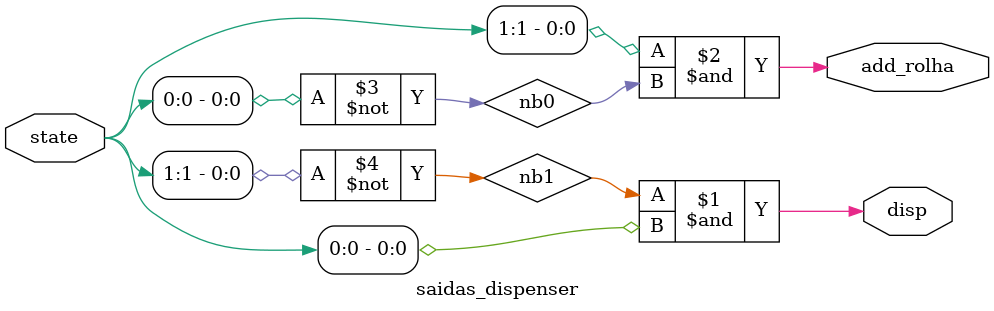
<source format=v>
module MEF_dispenser(
	input switch_add_rolha, 
	input rolha5, 
	input clk,
	input reset,
	output disp, 
	output add_rolha
);

	reg[1:0]state, nextstate;
   parameter E0   = 2'b00;
   parameter DISP = 2'b01;
   parameter ADD1 = 2'b10;
   parameter ADD2 = 2'b11;
	
	always @(posedge clk, posedge reset)
		if (reset) state <= E0;
      else state <= nextstate;

	 // Lógica de próximo estado
	always @(*) 
		 case(state)

			  E0:
					if (rolha5 == 1 && switch_add_rolha == 0)
						nextstate = DISP;
					else if (switch_add_rolha == 1)
						nextstate = ADD1;
					else
						nextstate = E0;

			  DISP:
					if (rolha5 == 1)
						 nextstate = DISP;            // Após dispensar volta p/ base
					else if (rolha5 == 0)
						 nextstate = E0;          // Continua dispensando

			  ADD1:
					if (rolha5 == 1 && switch_add_rolha == 0)
						 nextstate = E0;            // Depósito cheio -> volta
					else if (rolha5 == 0 && switch_add_rolha == 0)
						nextstate = E0;
					else
						 nextstate = ADD2;          // Próximo estágio de adição

			  ADD2:
					if (rolha5 == 0 && switch_add_rolha == 0)
						 nextstate = E0;            // Cheio -> volta
					else if (rolha5 == 1 && switch_add_rolha == 0)
						 nextstate = E0;          // Novo pulso para continuar
					else
						 nextstate = ADD1;          // Mantém

			  default:
					nextstate = E0;

		 endcase
		 
	 assign disp = (state == DISP);
	 assign add_rolha = (state == ADD1);
	
//	saidas_dispenser logic_out (
//    .state(state),
//    .disp(disp),
//    .add_rolha(add_rolha)
//);
	
	
endmodule


module saidas_dispenser (
    input  [1:0]state,      // bits do estado
    output disp,
    output add_rolha
);

    wire nb1, nb0;
	 
	 // NOT do bit b0
	 not (nb0, state[0]);

    // NOT do bit b1
    not (nb1, state[1]);

    // DISP = (~b1 & b0)
    and (disp, nb1, state[0]);

    and (add_rolha, state[1], nb0);

endmodule
</source>
